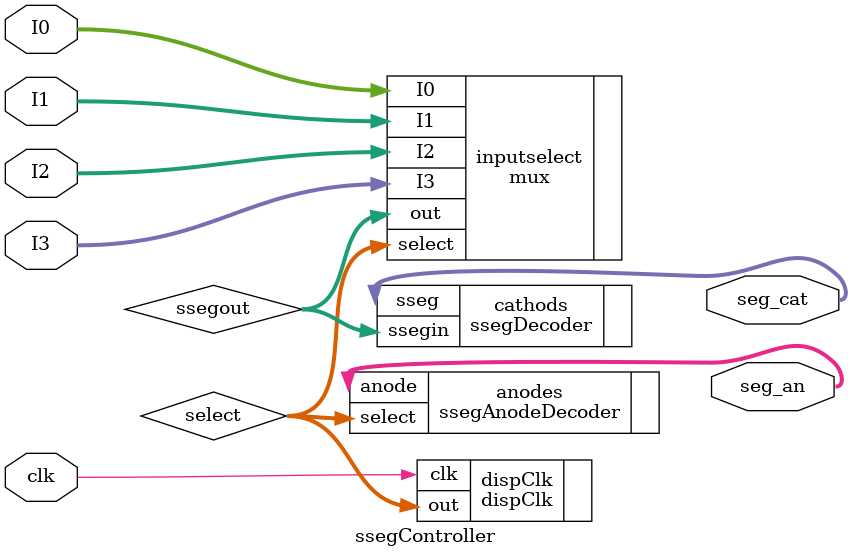
<source format=v>
`timescale 1ns / 1ps


module ssegController(

    input [3:0] I0,
    input [3:0] I1,
    input [3:0] I2,
    input [3:0] I3,
    input clk,
    output [3:0] seg_an,
    output [6:0] seg_cat
);

wire [1:0] select;
dispClk dispClk(
.clk(clk),
 .out(select)
 );

wire [3:0] ssegout;

mux inputselect(
 .select(select),
.I0(I0), 
.I1(I1), 
.I2(I2),
 .I3(I3),
  .out(ssegout)
  );

ssegDecoder cathods(
.ssegin(ssegout), 
.sseg(seg_cat)
);

ssegAnodeDecoder anodes(
.select(select), 
.anode(seg_an)
);

endmodule

</source>
